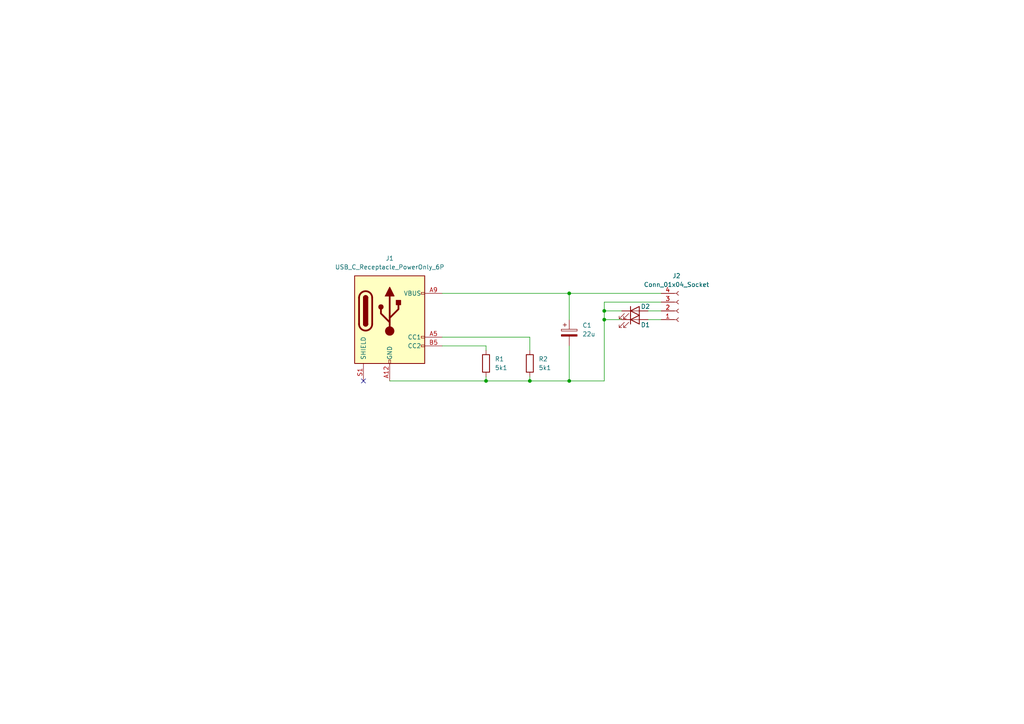
<source format=kicad_sch>
(kicad_sch (version 20250114) (generator "eeschema") (generator_version "9.0")
  (paper "A4")
  (lib_symbols
    (symbol "Connector:Conn_01x04_Socket" (pin_names (offset 1.016) (hide yes))
      (property "Reference" "J" (at 0 5.08 0))
      (property "Value" "Conn_01x04_Socket" (at 0 -7.62 0))
      (symbol "Conn_01x04_Socket_1_1"
        (polyline (pts (xy -1.27 2.54) (xy -0.508 2.54)) (stroke (width 0.1524)))
        (polyline (pts (xy -1.27 0) (xy -0.508 0)) (stroke (width 0.1524)))
        (polyline (pts (xy -1.27 -2.54) (xy -0.508 -2.54)) (stroke (width 0.1524)))
        (polyline (pts (xy -1.27 -5.08) (xy -0.508 -5.08)) (stroke (width 0.1524)))
        (arc (start 0 2.032) (mid -0.5058 2.54) (end 0 3.048) (stroke (width 0.1524)))
        (arc (start 0 -0.508) (mid -0.5058 0) (end 0 0.508) (stroke (width 0.1524)))
        (arc (start 0 -3.048) (mid -0.5058 -2.54) (end 0 -2.032) (stroke (width 0.1524)))
        (arc (start 0 -5.588) (mid -0.5058 -5.08) (end 0 -4.572) (stroke (width 0.1524)))
        (pin passive line (at -5.08 2.54 0) (length 3.81) (name "Pin_1") (number "1"))
        (pin passive line (at -5.08 0 0) (length 3.81) (name "Pin_2") (number "2"))
        (pin passive line (at -5.08 -2.54 0) (length 3.81) (name "Pin_3") (number "3"))
        (pin passive line (at -5.08 -5.08 0) (length 3.81) (name "Pin_4") (number "4"))
      )
    )
    (symbol "Connector:USB_C_Receptacle_PowerOnly_6P" (pin_names (offset 1.016))
      (property "Reference" "J" (at 0 16.51 0))
      (property "Value" "USB_C_Receptacle_PowerOnly_6P" (at 0 13.97 0))
      (symbol "USB_C_Receptacle_PowerOnly_6P_0_0"
        (rectangle (start -0.254 -12.7) (end 0.254 -11.684))
        (rectangle (start 10.16 7.874) (end 9.144 7.366))
        (rectangle (start 10.16 -4.826) (end 9.144 -5.334))
        (rectangle (start 10.16 -7.366) (end 9.144 -7.874))
      )
      (symbol "USB_C_Receptacle_PowerOnly_6P_0_1"
        (rectangle (start -10.16 12.7) (end 10.16 -12.7) (stroke (width 0.254)) (fill (type background)))
        (polyline (pts (xy -8.89 -1.27) (xy -8.89 6.35)) (stroke (width 0.508)))
        (rectangle (start -7.62 -1.27) (end -6.35 6.35) (stroke (width 0.254)) (fill (type outline)))
        (arc (start -7.62 6.35) (mid -6.985 6.9823) (end -6.35 6.35) (stroke (width 0.254)))
        (arc (start -7.62 6.35) (mid -6.985 6.9823) (end -6.35 6.35) (stroke (width 0.254)) (fill (type outline)))
        (arc (start -8.89 6.35) (mid -6.985 8.2467) (end -5.08 6.35) (stroke (width 0.508)))
        (arc (start -5.08 -1.27) (mid -6.985 -3.1667) (end -8.89 -1.27) (stroke (width 0.508)))
        (arc (start -6.35 -1.27) (mid -6.985 -1.9023) (end -7.62 -1.27) (stroke (width 0.254)))
        (arc (start -6.35 -1.27) (mid -6.985 -1.9023) (end -7.62 -1.27) (stroke (width 0.254)) (fill (type outline)))
        (polyline (pts (xy -5.08 6.35) (xy -5.08 -1.27)) (stroke (width 0.508)))
        (circle (center -2.54 3.683) (radius 0.635) (stroke (width 0.254)) (fill (type outline)))
        (polyline (pts (xy -1.27 6.858) (xy 0 9.398) (xy 1.27 6.858) (xy -1.27 6.858)) (stroke (width 0.254)) (fill (type outline)))
        (polyline (pts (xy 0 0.508) (xy 2.54 3.048) (xy 2.54 4.318)) (stroke (width 0.508)))
        (polyline (pts (xy 0 -0.762) (xy -2.54 1.778) (xy -2.54 3.048)) (stroke (width 0.508)))
        (polyline (pts (xy 0 -3.302) (xy 0 6.858)) (stroke (width 0.508)))
        (circle (center 0 -3.302) (radius 1.27) (fill (type outline)))
        (rectangle (start 1.905 4.318) (end 3.175 5.588) (stroke (width 0.254)) (fill (type outline)))
      )
      (symbol "USB_C_Receptacle_PowerOnly_6P_1_1"
        (pin passive line (at -7.62 -17.78 90) (length 5.08) (name "SHIELD") (number "S1"))
        (pin passive line (at 0 -17.78 90) (length 5.08) (name "GND") (number "A12"))
        (pin passive line (at 0 -17.78 90) (length 5.08) (hide yes) (name "GND") (number "B12"))
        (pin passive line (at 15.24 7.62 180) (length 5.08) (name "VBUS") (number "A9"))
        (pin passive line (at 15.24 7.62 180) (length 5.08) (hide yes) (name "VBUS") (number "B9"))
        (pin bidirectional line (at 15.24 -5.08 180) (length 5.08) (name "CC1") (number "A5"))
        (pin bidirectional line (at 15.24 -7.62 180) (length 5.08) (name "CC2") (number "B5"))
      )
    )
    (symbol "Device:C_Polarized" (pin_numbers (hide yes)) (pin_names (offset 0.254))
      (property "Reference" "C" (at 0.635 2.54 0))
      (property "Value" "C_Polarized" (at 0.635 -2.54 0))
      (symbol "C_Polarized_0_1"
        (rectangle (start -2.286 0.508) (end 2.286 1.016))
        (polyline (pts (xy -1.778 2.286) (xy -0.762 2.286)))
        (polyline (pts (xy -1.27 2.794) (xy -1.27 1.778)))
        (rectangle (start 2.286 -0.508) (end -2.286 -1.016) (fill (type outline)))
      )
      (symbol "C_Polarized_1_1"
        (pin passive line (at 0 3.81 270) (length 2.794) (name "~") (number "1"))
        (pin passive line (at 0 -3.81 90) (length 2.794) (name "~") (number "2"))
      )
    )
    (symbol "Device:LED" (pin_numbers (hide yes)) (pin_names (offset 1.016) (hide yes))
      (property "Reference" "D" (at 0 2.54 0))
      (property "Value" "LED" (at 0 -2.54 0))
      (symbol "LED_0_1"
        (polyline (pts (xy -3.048 -0.762) (xy -4.572 -2.286) (xy -3.81 -2.286) (xy -4.572 -2.286) (xy -4.572 -1.524)))
        (polyline (pts (xy -1.778 -0.762) (xy -3.302 -2.286) (xy -2.54 -2.286) (xy -3.302 -2.286) (xy -3.302 -1.524)))
        (polyline (pts (xy -1.27 0) (xy 1.27 0)))
        (polyline (pts (xy -1.27 -1.27) (xy -1.27 1.27)) (stroke (width 0.254)))
        (polyline (pts (xy 1.27 -1.27) (xy 1.27 1.27) (xy -1.27 0) (xy 1.27 -1.27)) (stroke (width 0.254)))
      )
      (symbol "LED_1_1"
        (pin passive line (at -3.81 0 0) (length 2.54) (name "K") (number "1"))
        (pin passive line (at 3.81 0 180) (length 2.54) (name "A") (number "2"))
      )
    )
    (symbol "Device:R" (pin_numbers (hide yes)) (pin_names (offset 0))
      (property "Reference" "R" (at 2.032 0 90))
      (property "Value" "R" (at 0 0 90))
      (symbol "R_0_1"
        (rectangle (start -1.016 -2.54) (end 1.016 2.54) (stroke (width 0.254)))
      )
      (symbol "R_1_1"
        (pin passive line (at 0 3.81 270) (length 1.27) (name "~") (number "1"))
        (pin passive line (at 0 -3.81 90) (length 1.27) (name "~") (number "2"))
      )
    )
  )
  (junction (at 153.67 110.49))
  (junction (at 165.1 85.09))
  (junction (at 140.97 110.49))
  (junction (at 175.26 92.71))
  (junction (at 175.26 90.17))
  (junction (at 165.1 110.49))
  (no_connect (at 105.41 110.49))
  (wire (pts (xy 153.67 109.22) (xy 153.67 110.49)))
  (wire (pts (xy 187.96 90.17) (xy 191.77 90.17)))
  (wire (pts (xy 175.26 87.63) (xy 175.26 90.17)))
  (wire (pts (xy 140.97 101.6) (xy 140.97 100.33)))
  (wire (pts (xy 175.26 90.17) (xy 180.34 90.17)))
  (wire (pts (xy 165.1 100.33) (xy 165.1 110.49)))
  (wire (pts (xy 128.27 97.79) (xy 153.67 97.79)))
  (wire (pts (xy 153.67 110.49) (xy 165.1 110.49)))
  (wire (pts (xy 187.96 92.71) (xy 191.77 92.71)))
  (wire (pts (xy 165.1 110.49) (xy 175.26 110.49)))
  (wire (pts (xy 153.67 110.49) (xy 140.97 110.49)))
  (wire (pts (xy 175.26 90.17) (xy 175.26 92.71)))
  (wire (pts (xy 165.1 85.09) (xy 165.1 92.71)))
  (wire (pts (xy 140.97 110.49) (xy 113.03 110.49)))
  (wire (pts (xy 165.1 85.09) (xy 191.77 85.09)))
  (wire (pts (xy 128.27 85.09) (xy 165.1 85.09)))
  (wire (pts (xy 175.26 92.71) (xy 180.34 92.71)))
  (wire (pts (xy 153.67 97.79) (xy 153.67 101.6)))
  (wire (pts (xy 191.77 87.63) (xy 175.26 87.63)))
  (wire (pts (xy 175.26 92.71) (xy 175.26 110.49)))
  (wire (pts (xy 140.97 109.22) (xy 140.97 110.49)))
  (wire (pts (xy 140.97 100.33) (xy 128.27 100.33)))
  (symbol (lib_id "Device:R") (at 153.67 105.41 0) (unit 1)
    (property "Reference" "R2" (at 156.21 104.1399 0) (effects (justify left)))
    (property "Value" "5k1" (at 156.21 106.6799 0) (effects (justify left)))
    (property "Footprint" "Resistor_THT:R_Axial_DIN0207_L6.3mm_D2.5mm_P10.16mm_Horizontal" (effects (hide yes)))
    (property "Description" "Resistor" (effects (hide yes)))
  )
  (symbol (lib_id "Device:R") (at 140.97 105.41 0) (unit 1)
    (property "Reference" "R1" (at 143.51 104.1399 0) (effects (justify left)))
    (property "Value" "5k1" (at 143.51 106.6799 0) (effects (justify left)))
    (property "Footprint" "Resistor_THT:R_Axial_DIN0207_L6.3mm_D2.5mm_P10.16mm_Horizontal" (effects (hide yes)))
    (property "Description" "Resistor" (effects (hide yes)))
  )
  (symbol (lib_id "Device:LED") (at 184.15 92.71 0) (unit 1)
    (property "Reference" "D1" (at 187.198 94.234 0))
    (property "Value" "LED" (effects (hide yes)))
    (property "Footprint" "LED_THT:LED_D5.0mm_Clear" (effects (hide yes)))
    (property "Description" "Light emitting diode" (effects (hide yes)))
    (property "Sim.Pins" "1=K 2=A" (effects (hide yes)))
  )
  (symbol (lib_id "Device:LED") (at 184.15 90.17 0) (unit 1)
    (property "Reference" "D2" (at 187.198 88.9 0))
    (property "Value" "LED" (effects (hide yes)))
    (property "Footprint" "LED_THT:LED_D5.0mm_Clear" (effects (hide yes)))
    (property "Description" "Light emitting diode" (effects (hide yes)))
    (property "Sim.Pins" "1=K 2=A" (effects (hide yes)))
  )
  (symbol (lib_id "Connector:Conn_01x04_Socket") (at 196.85 90.17 0) (mirror x) (unit 1)
    (property "Reference" "J2" (at 196.215 80.01 0))
    (property "Value" "Conn_01x04_Socket" (at 196.215 82.55 0))
    (property "Footprint" "Connector_PinSocket_2.54mm:PinSocket_1x04_P2.54mm_Vertical" (effects (hide yes)))
    (property "Description" "Generic connector, single row, 01x04, script generated" (effects (hide yes)))
  )
  (symbol (lib_id "Connector:USB_C_Receptacle_PowerOnly_6P") (at 113.03 92.71 0) (unit 1)
    (property "Reference" "J1" (at 113.03 74.93 0))
    (property "Value" "USB_C_Receptacle_PowerOnly_6P" (at 113.03 77.47 0))
    (property "Footprint" "Connector_USB:USB_C_Receptacle_GCT_USB4135-GF-A_6P_TopMnt_Horizontal" (effects (hide yes)))
    (property "Datasheet" "https://www.usb.org/sites/default/files/documents/usb_type-c.zip" (effects (hide yes)))
    (property "Description" "USB Power-Only 6P Type-C Receptacle connector" (effects (hide yes)))
  )
  (symbol (lib_id "Device:C_Polarized") (at 165.1 96.52 0) (unit 1)
    (property "Reference" "C1" (at 168.91 94.3609 0) (effects (justify left)))
    (property "Value" "22u" (at 168.91 96.9009 0) (effects (justify left)))
    (property "Footprint" "Capacitor_THT:CP_Radial_D5.0mm_P2.50mm" (effects (hide yes)))
    (property "Description" "Polarized capacitor" (effects (hide yes)))
  )
)
</source>
